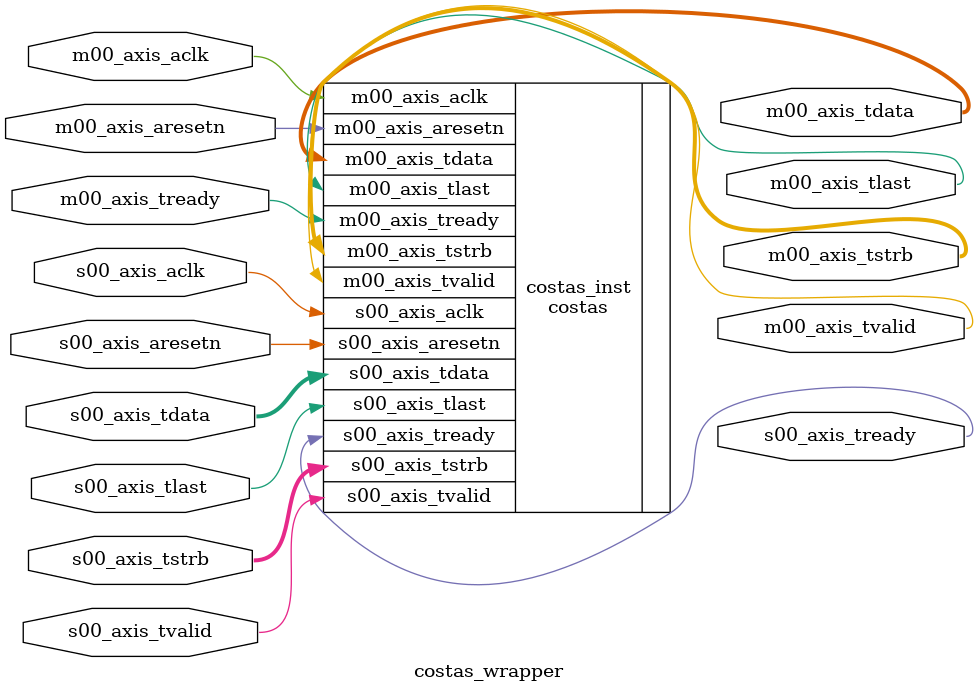
<source format=v>
`timescale 1ns/1ps
module costas_wrapper #
(
    parameter integer C_S00_AXIS_TDATA_WIDTH    = 32,
    parameter integer C_M00_AXIS_TDATA_WIDTH    = 32
)
(
    // Ports of Axi Slave Bus Interface S00_AXIS
    input   wire                          s00_axis_aclk,
    input   wire                          s00_axis_aresetn,
    input   wire                          s00_axis_tlast,
    input   wire                          s00_axis_tvalid,
    input   wire [C_S00_AXIS_TDATA_WIDTH-1 : 0] s00_axis_tdata,
    input   wire [(C_S00_AXIS_TDATA_WIDTH/8)-1: 0] s00_axis_tstrb,
    output  wire                          s00_axis_tready,

    // Ports of Axi Master Bus Interface M00_AXIS
    input   wire                          m00_axis_aclk,
    input   wire                          m00_axis_aresetn,
    input   wire                          m00_axis_tready,
    output  wire                          m00_axis_tvalid,
    output  wire                          m00_axis_tlast,
    output  wire [C_M00_AXIS_TDATA_WIDTH-1 : 0] m00_axis_tdata,
    output  wire [(C_M00_AXIS_TDATA_WIDTH/8)-1: 0] m00_axis_tstrb
);

    // Instantiate SystemVerilog module
    costas #(
        .C_S00_AXIS_TDATA_WIDTH(C_S00_AXIS_TDATA_WIDTH),
        .C_M00_AXIS_TDATA_WIDTH(C_M00_AXIS_TDATA_WIDTH)
    ) costas_inst (
        .s00_axis_aclk(s00_axis_aclk),
        .s00_axis_aresetn(s00_axis_aresetn),
        .s00_axis_tlast(s00_axis_tlast),
        .s00_axis_tvalid(s00_axis_tvalid),
        .s00_axis_tdata(s00_axis_tdata),
        .s00_axis_tstrb(s00_axis_tstrb),
        .s00_axis_tready(s00_axis_tready),

        .m00_axis_aclk(m00_axis_aclk),
        .m00_axis_aresetn(m00_axis_aresetn),
        .m00_axis_tready(m00_axis_tready),
        .m00_axis_tvalid(m00_axis_tvalid),
        .m00_axis_tlast(m00_axis_tlast),
        .m00_axis_tdata(m00_axis_tdata),
        .m00_axis_tstrb(m00_axis_tstrb)
    );

endmodule
</source>
